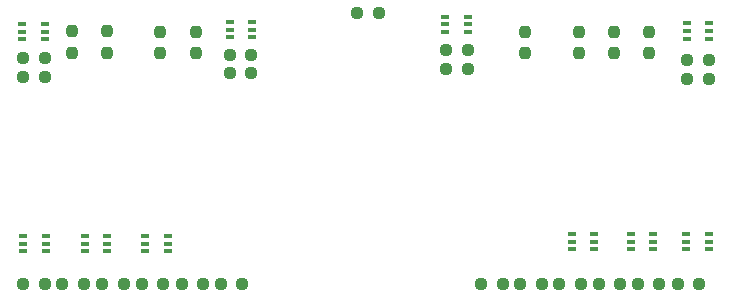
<source format=gbr>
%TF.GenerationSoftware,KiCad,Pcbnew,7.99.0-3522-gc5520b3eef-dirty*%
%TF.CreationDate,2023-11-19T20:13:53+00:00*%
%TF.ProjectId,VFD Replacement,56464420-5265-4706-9c61-63656d656e74,rev?*%
%TF.SameCoordinates,Original*%
%TF.FileFunction,Paste,Top*%
%TF.FilePolarity,Positive*%
%FSLAX46Y46*%
G04 Gerber Fmt 4.6, Leading zero omitted, Abs format (unit mm)*
G04 Created by KiCad (PCBNEW 7.99.0-3522-gc5520b3eef-dirty) date 2023-11-19 20:13:53*
%MOMM*%
%LPD*%
G01*
G04 APERTURE LIST*
G04 Aperture macros list*
%AMRoundRect*
0 Rectangle with rounded corners*
0 $1 Rounding radius*
0 $2 $3 $4 $5 $6 $7 $8 $9 X,Y pos of 4 corners*
0 Add a 4 corners polygon primitive as box body*
4,1,4,$2,$3,$4,$5,$6,$7,$8,$9,$2,$3,0*
0 Add four circle primitives for the rounded corners*
1,1,$1+$1,$2,$3*
1,1,$1+$1,$4,$5*
1,1,$1+$1,$6,$7*
1,1,$1+$1,$8,$9*
0 Add four rect primitives between the rounded corners*
20,1,$1+$1,$2,$3,$4,$5,0*
20,1,$1+$1,$4,$5,$6,$7,0*
20,1,$1+$1,$6,$7,$8,$9,0*
20,1,$1+$1,$8,$9,$2,$3,0*%
G04 Aperture macros list end*
%ADD10R,0.650000X0.400000*%
%ADD11RoundRect,0.237500X-0.250000X-0.237500X0.250000X-0.237500X0.250000X0.237500X-0.250000X0.237500X0*%
%ADD12RoundRect,0.237500X0.237500X-0.250000X0.237500X0.250000X-0.237500X0.250000X-0.237500X-0.250000X0*%
%ADD13RoundRect,0.237500X0.250000X0.237500X-0.250000X0.237500X-0.250000X-0.237500X0.250000X-0.237500X0*%
%ADD14RoundRect,0.237500X-0.237500X0.250000X-0.237500X-0.250000X0.237500X-0.250000X0.237500X0.250000X0*%
G04 APERTURE END LIST*
D10*
%TO.C,Q5*%
X133500000Y-63300000D03*
X133500000Y-63950000D03*
X133500000Y-64600000D03*
X135400000Y-64600000D03*
X135400000Y-63950000D03*
X135400000Y-63300000D03*
%TD*%
D11*
%TO.C,R35*%
X180287500Y-67400000D03*
X182112500Y-67400000D03*
%TD*%
%TO.C,R18*%
X164075000Y-49200000D03*
X165900000Y-49200000D03*
%TD*%
D12*
%TO.C,R1*%
X170800000Y-47825000D03*
X170800000Y-46000000D03*
%TD*%
D13*
%TO.C,R21*%
X130100000Y-49850000D03*
X128275000Y-49850000D03*
%TD*%
D10*
%TO.C,Q4*%
X184400000Y-63150000D03*
X184400000Y-63800000D03*
X184400000Y-64450000D03*
X186300000Y-64450000D03*
X186300000Y-63800000D03*
X186300000Y-63150000D03*
%TD*%
D13*
%TO.C,R36*%
X146812500Y-67400000D03*
X144987500Y-67400000D03*
%TD*%
%TO.C,R32*%
X140125000Y-67400000D03*
X138300000Y-67400000D03*
%TD*%
D10*
%TO.C,Q7*%
X165900000Y-46050000D03*
X165900000Y-45400000D03*
X165900000Y-44750000D03*
X164000000Y-44750000D03*
X164000000Y-45400000D03*
X164000000Y-46050000D03*
%TD*%
D11*
%TO.C,R20*%
X184475000Y-48400000D03*
X186300000Y-48400000D03*
%TD*%
D13*
%TO.C,R24*%
X147600000Y-49500000D03*
X145775000Y-49500000D03*
%TD*%
D10*
%TO.C,Q6*%
X179700000Y-63150000D03*
X179700000Y-63800000D03*
X179700000Y-64450000D03*
X181600000Y-64450000D03*
X181600000Y-63800000D03*
X181600000Y-63150000D03*
%TD*%
D14*
%TO.C,R5*%
X132400000Y-45975000D03*
X132400000Y-47800000D03*
%TD*%
D10*
%TO.C,Q1*%
X128300000Y-63300000D03*
X128300000Y-63950000D03*
X128300000Y-64600000D03*
X130200000Y-64600000D03*
X130200000Y-63950000D03*
X130200000Y-63300000D03*
%TD*%
D13*
%TO.C,R30*%
X136812500Y-67400000D03*
X134987500Y-67400000D03*
%TD*%
D14*
%TO.C,R3*%
X178300000Y-46000000D03*
X178300000Y-47825000D03*
%TD*%
D10*
%TO.C,Q8*%
X186375000Y-46600000D03*
X186375000Y-45950000D03*
X186375000Y-45300000D03*
X184475000Y-45300000D03*
X184475000Y-45950000D03*
X184475000Y-46600000D03*
%TD*%
%TO.C,Q10*%
X145750000Y-45200000D03*
X145750000Y-45850000D03*
X145750000Y-46500000D03*
X147650000Y-46500000D03*
X147650000Y-45850000D03*
X147650000Y-45200000D03*
%TD*%
%TO.C,Q2*%
X138600000Y-63300000D03*
X138600000Y-63950000D03*
X138600000Y-64600000D03*
X140500000Y-64600000D03*
X140500000Y-63950000D03*
X140500000Y-63300000D03*
%TD*%
D11*
%TO.C,R37*%
X183675000Y-67400000D03*
X185500000Y-67400000D03*
%TD*%
D10*
%TO.C,Q9*%
X130100000Y-46650000D03*
X130100000Y-46000000D03*
X130100000Y-45350000D03*
X128200000Y-45350000D03*
X128200000Y-46000000D03*
X128200000Y-46650000D03*
%TD*%
D13*
%TO.C,R22*%
X130125000Y-48250000D03*
X128300000Y-48250000D03*
%TD*%
%TO.C,R34*%
X143512500Y-67400000D03*
X141687500Y-67400000D03*
%TD*%
D11*
%TO.C,R33*%
X176987500Y-67400000D03*
X178812500Y-67400000D03*
%TD*%
%TO.C,R27*%
X167075000Y-67400000D03*
X168900000Y-67400000D03*
%TD*%
D10*
%TO.C,Q3*%
X174700000Y-63150000D03*
X174700000Y-63800000D03*
X174700000Y-64450000D03*
X176600000Y-64450000D03*
X176600000Y-63800000D03*
X176600000Y-63150000D03*
%TD*%
D14*
%TO.C,R7*%
X142900000Y-46000000D03*
X142900000Y-47825000D03*
%TD*%
D11*
%TO.C,R29*%
X170375000Y-67400000D03*
X172200000Y-67400000D03*
%TD*%
D13*
%TO.C,R25*%
X158400000Y-44400000D03*
X156575000Y-44400000D03*
%TD*%
D11*
%TO.C,R17*%
X164075000Y-47600000D03*
X165900000Y-47600000D03*
%TD*%
%TO.C,R19*%
X184475000Y-50000000D03*
X186300000Y-50000000D03*
%TD*%
D14*
%TO.C,R8*%
X139900000Y-46025000D03*
X139900000Y-47850000D03*
%TD*%
D13*
%TO.C,R23*%
X147600000Y-48000000D03*
X145775000Y-48000000D03*
%TD*%
D11*
%TO.C,R31*%
X173675000Y-67400000D03*
X175500000Y-67400000D03*
%TD*%
D14*
%TO.C,R6*%
X135400000Y-45975000D03*
X135400000Y-47800000D03*
%TD*%
D13*
%TO.C,R26*%
X130100000Y-67400000D03*
X128275000Y-67400000D03*
%TD*%
D14*
%TO.C,R2*%
X175300000Y-46000000D03*
X175300000Y-47825000D03*
%TD*%
%TO.C,R4*%
X181300000Y-46000000D03*
X181300000Y-47825000D03*
%TD*%
D13*
%TO.C,R28*%
X133425000Y-67400000D03*
X131600000Y-67400000D03*
%TD*%
M02*

</source>
